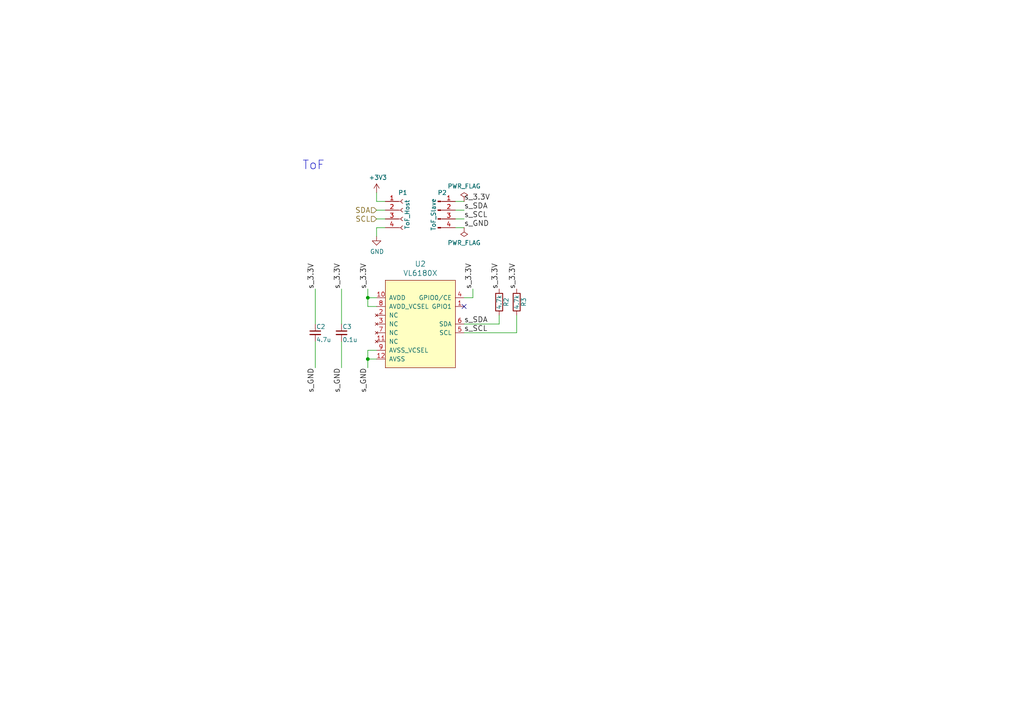
<source format=kicad_sch>
(kicad_sch (version 20230121) (generator eeschema)
  (paper "A4")
  (lib_symbols
    (symbol "KERISE-rescue:+3.3V-power-KERISE-rescue-KERISE-rescue" (power) (pin_names (offset 0))
      (property "Value" "+3.3V-power-KERISE-rescue-KERISE-rescue" (at 0 3.556 0))
      (symbol "+3.3V-power-KERISE-rescue-KERISE-rescue_0_1"
        (polyline (pts (xy -0.762 1.27) (xy 0 2.54)))
        (polyline (pts (xy 0 0) (xy 0 2.54)))
        (polyline (pts (xy 0 2.54) (xy 0.762 1.27)))
      )
      (symbol "+3.3V-power-KERISE-rescue-KERISE-rescue_1_1"
        (pin power_in line (at 0 0 90) (length 0) hide (name "+3V3") (number "1"))
      )
    )
    (symbol "KERISE-rescue:C_Small-Device-KERISE-rescue-KERISE-rescue" (pin_numbers hide) (pin_names (offset 0.254) hide)
      (property "Reference" "C" (at 0.254 1.778 0))
      (property "Value" "C_Small-Device-KERISE-rescue-KERISE-rescue" (at 0.254 -2.032 0))
      (symbol "C_Small-Device-KERISE-rescue-KERISE-rescue_0_1"
        (polyline (pts (xy -1.524 -0.508) (xy 1.524 -0.508)) (stroke (width 0.3302)))
        (polyline (pts (xy -1.524 0.508) (xy 1.524 0.508)) (stroke (width 0.3048)))
      )
      (symbol "C_Small-Device-KERISE-rescue-KERISE-rescue_1_1"
        (pin passive line (at 0 2.54 270) (length 2.032) (name "~") (number "1"))
        (pin passive line (at 0 -2.54 90) (length 2.032) (name "~") (number "2"))
      )
    )
    (symbol "KERISE-rescue:Conn_01x04_Female-Connector-KERISE-rescue-KERISE-rescue" (pin_names (offset 1.016) hide)
      (property "Reference" "J" (at 0 5.08 0))
      (property "Value" "Conn_01x04_Female-Connector-KERISE-rescue-KERISE-rescue" (at 0 -7.62 0))
      (symbol "Conn_01x04_Female-Connector-KERISE-rescue-KERISE-rescue_1_1"
        (arc (start 0 -4.572) (mid -0.5058 -5.08) (end 0 -5.588) (stroke (width 0.1524)))
        (arc (start 0 -2.032) (mid -0.5058 -2.54) (end 0 -3.048) (stroke (width 0.1524)))
        (polyline (pts (xy -1.27 -5.08) (xy -0.508 -5.08)) (stroke (width 0.1524)))
        (polyline (pts (xy -1.27 -2.54) (xy -0.508 -2.54)) (stroke (width 0.1524)))
        (polyline (pts (xy -1.27 0) (xy -0.508 0)) (stroke (width 0.1524)))
        (polyline (pts (xy -1.27 2.54) (xy -0.508 2.54)) (stroke (width 0.1524)))
        (arc (start 0 0.508) (mid -0.5058 0) (end 0 -0.508) (stroke (width 0.1524)))
        (arc (start 0 3.048) (mid -0.5058 2.54) (end 0 2.032) (stroke (width 0.1524)))
        (pin passive line (at -5.08 2.54 0) (length 3.81) (name "Pin_1") (number "1"))
        (pin passive line (at -5.08 0 0) (length 3.81) (name "Pin_2") (number "2"))
        (pin passive line (at -5.08 -2.54 0) (length 3.81) (name "Pin_3") (number "3"))
        (pin passive line (at -5.08 -5.08 0) (length 3.81) (name "Pin_4") (number "4"))
      )
    )
    (symbol "KERISE-rescue:Conn_01x04_Male-Connector-KERISE-rescue-KERISE-rescue" (pin_names (offset 1.016) hide)
      (property "Reference" "J" (at 0 5.08 0))
      (property "Value" "Conn_01x04_Male-Connector-KERISE-rescue-KERISE-rescue" (at 0 -7.62 0))
      (symbol "Conn_01x04_Male-Connector-KERISE-rescue-KERISE-rescue_1_1"
        (polyline (pts (xy 1.27 -5.08) (xy 0.8636 -5.08)) (stroke (width 0.1524)))
        (polyline (pts (xy 1.27 -2.54) (xy 0.8636 -2.54)) (stroke (width 0.1524)))
        (polyline (pts (xy 1.27 0) (xy 0.8636 0)) (stroke (width 0.1524)))
        (polyline (pts (xy 1.27 2.54) (xy 0.8636 2.54)) (stroke (width 0.1524)))
        (rectangle (start 0.8636 -4.953) (end 0 -5.207) (stroke (width 0.1524)) (fill (type outline)))
        (rectangle (start 0.8636 -2.413) (end 0 -2.667) (stroke (width 0.1524)) (fill (type outline)))
        (rectangle (start 0.8636 0.127) (end 0 -0.127) (stroke (width 0.1524)) (fill (type outline)))
        (rectangle (start 0.8636 2.667) (end 0 2.413) (stroke (width 0.1524)) (fill (type outline)))
        (pin passive line (at 5.08 2.54 180) (length 3.81) (name "Pin_1") (number "1"))
        (pin passive line (at 5.08 0 180) (length 3.81) (name "Pin_2") (number "2"))
        (pin passive line (at 5.08 -2.54 180) (length 3.81) (name "Pin_3") (number "3"))
        (pin passive line (at 5.08 -5.08 180) (length 3.81) (name "Pin_4") (number "4"))
      )
    )
    (symbol "KERISE-rescue:GND-power-KERISE-rescue-KERISE-rescue" (power) (pin_names (offset 0))
      (property "Value" "GND-power-KERISE-rescue-KERISE-rescue" (at 0 -3.81 0))
      (symbol "GND-power-KERISE-rescue-KERISE-rescue_0_1"
        (polyline (pts (xy 0 0) (xy 0 -1.27) (xy 1.27 -1.27) (xy 0 -2.54) (xy -1.27 -1.27) (xy 0 -1.27)))
      )
      (symbol "GND-power-KERISE-rescue-KERISE-rescue_1_1"
        (pin power_in line (at 0 0 270) (length 0) hide (name "GND") (number "1"))
      )
    )
    (symbol "KERISE-rescue:PWR_FLAG-power-KERISE-rescue-KERISE-rescue" (power) (pin_numbers hide) (pin_names (offset 0) hide)
      (property "Value" "PWR_FLAG-power-KERISE-rescue-KERISE-rescue" (at 0 3.81 0))
      (symbol "PWR_FLAG-power-KERISE-rescue-KERISE-rescue_0_0"
        (pin power_out line (at 0 0 90) (length 0) (name "pwr") (number "1"))
      )
      (symbol "PWR_FLAG-power-KERISE-rescue-KERISE-rescue_0_1"
        (polyline (pts (xy 0 0) (xy 0 1.27) (xy -1.016 1.905) (xy 0 2.54) (xy 1.016 1.905) (xy 0 1.27)))
      )
    )
    (symbol "KERISE-rescue:R-Device-KERISE-rescue-KERISE-rescue" (pin_numbers hide) (pin_names (offset 0))
      (property "Reference" "R" (at 2.032 0 90))
      (property "Value" "R-Device-KERISE-rescue-KERISE-rescue" (at 0 0 90))
      (symbol "R-Device-KERISE-rescue-KERISE-rescue_0_1"
        (rectangle (start -1.016 -2.54) (end 1.016 2.54) (stroke (width 0.254)))
      )
      (symbol "R-Device-KERISE-rescue-KERISE-rescue_1_1"
        (pin passive line (at 0 3.81 270) (length 1.27) (name "~") (number "1"))
        (pin passive line (at 0 -3.81 90) (length 1.27) (name "~") (number "2"))
      )
    )
    (symbol "KERISE:VL6180X" (pin_names (offset 1.016))
      (property "Reference" "U" (at 0 3.81 0))
      (property "Value" "VL6180X" (at 0 0 0))
      (symbol "VL6180X_0_1"
        (rectangle (start -10.16 2.54) (end 10.16 -22.86) (fill (type background)))
      )
      (symbol "VL6180X_1_1"
        (pin bidirectional line (at 12.7 -5.08 180) (length 2.54) (name "GPIO1") (number "1"))
        (pin power_in line (at -12.7 -2.54 0) (length 2.54) (name "AVDD") (number "10"))
        (pin no_connect line (at -12.7 -15.24 0) (length 2.54) (name "NC") (number "11"))
        (pin power_in line (at -12.7 -20.32 0) (length 2.54) (name "AVSS") (number "12"))
        (pin no_connect line (at -12.7 -7.62 0) (length 2.54) (name "NC") (number "2"))
        (pin no_connect line (at -12.7 -10.16 0) (length 2.54) (name "NC") (number "3"))
        (pin input line (at 12.7 -2.54 180) (length 2.54) (name "GPIO0/CE") (number "4"))
        (pin open_collector line (at 12.7 -12.7 180) (length 2.54) (name "SCL") (number "5"))
        (pin open_collector line (at 12.7 -10.16 180) (length 2.54) (name "SDA") (number "6"))
        (pin no_connect line (at -12.7 -12.7 0) (length 2.54) (name "NC") (number "7"))
        (pin power_in line (at -12.7 -5.08 0) (length 2.54) (name "AVDD_VCSEL") (number "8"))
        (pin power_in line (at -12.7 -17.78 0) (length 2.54) (name "AVSS_VCSEL") (number "9"))
      )
    )
  )
  (junction (at 106.68 86.36))
  (junction (at 106.68 104.14))
  (no_connect (at 134.62 88.9))
  (wire (pts (xy 132.08 66.04) (xy 134.62 66.04)))
  (wire (pts (xy 106.68 101.6) (xy 106.68 104.14)))
  (wire (pts (xy 106.68 88.9) (xy 109.22 88.9)))
  (wire (pts (xy 111.76 60.96) (xy 109.22 60.96)))
  (wire (pts (xy 106.68 86.36) (xy 109.22 86.36)))
  (wire (pts (xy 149.86 96.52) (xy 134.62 96.52)))
  (wire (pts (xy 109.22 55.88) (xy 109.22 58.42)))
  (wire (pts (xy 106.68 86.36) (xy 106.68 88.9)))
  (wire (pts (xy 91.44 83.82) (xy 91.44 93.98)))
  (wire (pts (xy 144.78 93.98) (xy 144.78 91.44)))
  (wire (pts (xy 106.68 104.14) (xy 106.68 106.68)))
  (wire (pts (xy 149.86 91.44) (xy 149.86 96.52)))
  (wire (pts (xy 137.16 83.82) (xy 137.16 86.36)))
  (wire (pts (xy 106.68 104.14) (xy 109.22 104.14)))
  (wire (pts (xy 106.68 83.82) (xy 106.68 86.36)))
  (wire (pts (xy 91.44 106.68) (xy 91.44 99.06)))
  (wire (pts (xy 132.08 58.42) (xy 134.62 58.42)))
  (wire (pts (xy 134.62 63.5) (xy 132.08 63.5)))
  (wire (pts (xy 109.22 68.58) (xy 109.22 66.04)))
  (wire (pts (xy 137.16 86.36) (xy 134.62 86.36)))
  (wire (pts (xy 99.06 99.06) (xy 99.06 106.68)))
  (wire (pts (xy 99.06 93.98) (xy 99.06 83.82)))
  (wire (pts (xy 134.62 60.96) (xy 132.08 60.96)))
  (wire (pts (xy 109.22 58.42) (xy 111.76 58.42)))
  (wire (pts (xy 106.68 101.6) (xy 109.22 101.6)))
  (wire (pts (xy 134.62 93.98) (xy 144.78 93.98)))
  (wire (pts (xy 109.22 63.5) (xy 111.76 63.5)))
  (wire (pts (xy 109.22 66.04) (xy 111.76 66.04)))
  (text "ToF" (at 87.63 49.53 0) (effects (font (size 2.54 2.54)) (justify left bottom)))
  (label "s_3.3V" (at 144.78 83.82 90) (effects (font (size 1.524 1.524))))
  (label "s_GND" (at 106.68 106.68 270) (effects (font (size 1.524 1.524))))
  (label "s_3.3V" (at 149.86 83.82 90) (effects (font (size 1.524 1.524))))
  (label "s_GND" (at 91.44 106.68 270) (effects (font (size 1.524 1.524))))
  (label "s_3.3V" (at 137.16 83.82 90) (effects (font (size 1.524 1.524))))
  (label "s_3.3V" (at 91.44 83.82 90) (effects (font (size 1.524 1.524))))
  (label "s_GND" (at 134.62 66.04 0) (effects (font (size 1.524 1.524))))
  (label "s_SCL" (at 134.62 63.5 0) (effects (font (size 1.524 1.524))))
  (label "s_3.3V" (at 106.68 83.82 90) (effects (font (size 1.524 1.524))))
  (label "s_SCL" (at 134.62 96.52 0) (effects (font (size 1.524 1.524))))
  (label "s_SDA" (at 134.62 93.98 0) (effects (font (size 1.524 1.524))))
  (label "s_3.3V" (at 134.62 58.42 0) (effects (font (size 1.524 1.524))))
  (label "s_3.3V" (at 99.06 83.82 90) (effects (font (size 1.524 1.524))))
  (label "s_GND" (at 99.06 106.68 270) (effects (font (size 1.524 1.524))))
  (label "s_SDA" (at 134.62 60.96 0) (effects (font (size 1.524 1.524))))
  (hierarchical_label "SCL" (shape input) (at 109.22 63.5 180) (effects (font (size 1.524 1.524))))
  (hierarchical_label "SDA" (shape input) (at 109.22 60.96 180) (effects (font (size 1.524 1.524))))
  (symbol (lib_id "KERISE-rescue:Conn_01x04_Female-Connector-KERISE-rescue-KERISE-rescue") (at 116.84 60.96 0) (unit 1)
    (property "Reference" "P1" (at 116.84 55.88 0))
    (property "Value" "ToF_Host" (at 118.11 62.23 90))
    (property "Footprint" "mouse:STAND_HOST_04" (effects hide))
  )
  (symbol (lib_id "KERISE-rescue:Conn_01x04_Male-Connector-KERISE-rescue-KERISE-rescue") (at 127 60.96 0) (unit 1)
    (property "Reference" "P2" (at 128.27 55.88 0))
    (property "Value" "ToF_Slave" (at 125.73 62.23 90))
    (property "Footprint" "mouse:STAND_SLAVE_04" (effects hide))
  )
  (symbol (lib_id "KERISE-rescue:C_Small-Device-KERISE-rescue-KERISE-rescue") (at 99.06 96.52 0) (unit 1)
    (property "Reference" "C3" (at 99.314 94.742 0) (effects (justify left)))
    (property "Value" "0.1u" (at 99.314 98.552 0) (effects (justify left)))
    (property "Footprint" "Capacitor_SMD:C_0201_0603Metric" (effects hide))
  )
  (symbol (lib_id "KERISE-rescue:C_Small-Device-KERISE-rescue-KERISE-rescue") (at 91.44 96.52 0) (unit 1)
    (property "Reference" "C2" (at 91.694 94.742 0) (effects (justify left)))
    (property "Value" "4.7u" (at 91.694 98.552 0) (effects (justify left)))
    (property "Footprint" "Capacitor_SMD:C_0402_1005Metric" (effects hide))
  )
  (symbol (lib_id "KERISE-rescue:R-Device-KERISE-rescue-KERISE-rescue") (at 144.78 87.63 0) (unit 1)
    (property "Reference" "R2" (at 146.812 87.63 90))
    (property "Value" "4.7k" (at 144.78 87.63 90))
    (property "Footprint" "Resistor_SMD:R_0201_0603Metric" (effects hide))
  )
  (symbol (lib_id "KERISE-rescue:R-Device-KERISE-rescue-KERISE-rescue") (at 149.86 87.63 0) (unit 1)
    (property "Reference" "R3" (at 151.892 87.63 90))
    (property "Value" "4.7k" (at 149.86 87.63 90))
    (property "Footprint" "Resistor_SMD:R_0201_0603Metric" (effects hide))
  )
  (symbol (lib_id "KERISE-rescue:GND-power-KERISE-rescue-KERISE-rescue") (at 109.22 68.58 0) (unit 1)
    (property "Reference" "#PWR07" (effects hide))
    (property "Value" "GND" (at 109.347 72.9742 0))
  )
  (symbol (lib_id "KERISE-rescue:+3.3V-power-KERISE-rescue-KERISE-rescue") (at 109.22 55.88 0) (unit 1)
    (property "Reference" "#PWR06" (effects hide))
    (property "Value" "+3.3V" (at 109.601 51.4858 0))
    (instances (project "KERISE" (path "" (reference "#PWR06") (unit 1)) (path "" (reference "#PWR?") (unit 1))))
  )
  (symbol (lib_id "KERISE-rescue:PWR_FLAG-power-KERISE-rescue-KERISE-rescue") (at 134.62 58.42 0) (unit 1)
    (property "Reference" "#FLG01" (effects hide))
    (property "Value" "PWR_FLAG" (at 134.62 54.0004 0))
  )
  (symbol (lib_id "KERISE-rescue:PWR_FLAG-power-KERISE-rescue-KERISE-rescue") (at 134.62 66.04 180) (unit 1)
    (property "Reference" "#FLG02" (effects hide))
    (property "Value" "PWR_FLAG" (at 134.62 70.4342 0))
  )
  (symbol (lib_id "KERISE:VL6180X") (at 121.92 83.82 0) (unit 1)
    (property "Reference" "U2" (at 121.92 76.5302 0) (effects (font (size 1.524 1.524))))
    (property "Value" "VL6180X" (at 121.92 79.2226 0) (effects (font (size 1.524 1.524))))
    (property "Footprint" "mouse:VL6180X" (effects hide))
  )
)
</source>
